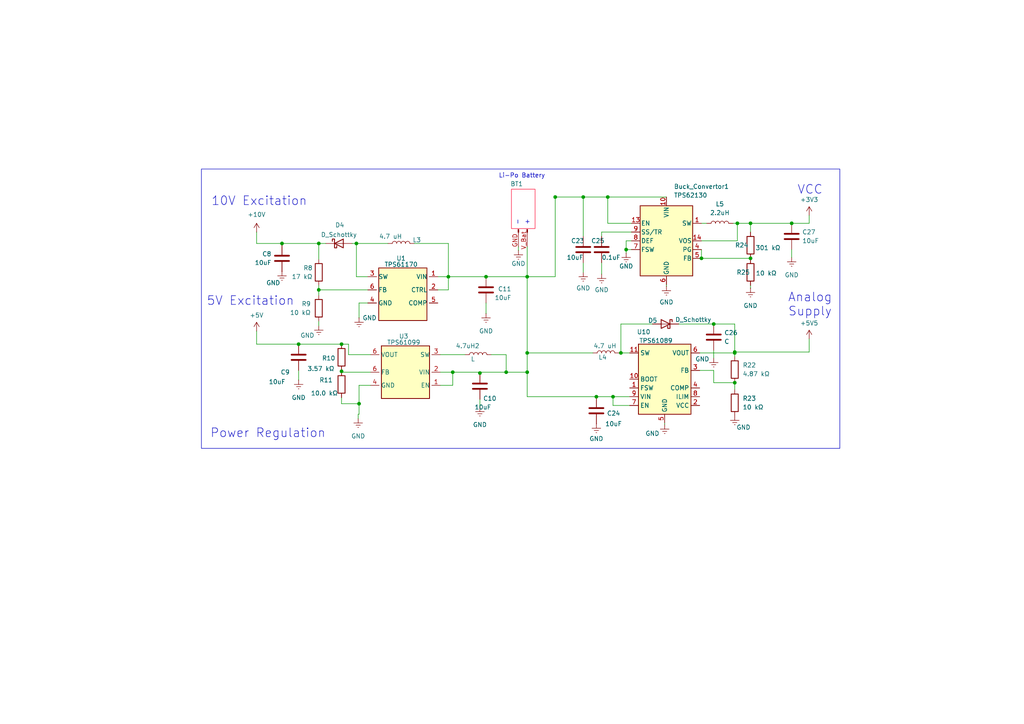
<source format=kicad_sch>
(kicad_sch (version 20250114) (generator "eeschema") (generator_version "9.0")
  (paper "A4")
  (lib_symbols
    (symbol "Connector:Conn_01x02_Pin" (pin_names (offset 1.016) (hide yes))
      (property "Reference" "Connector" (at 0.635 5.588 0))
      (property "Value" "BT1" (at 0.635 3.048 0))
      (symbol "Conn_01x02_Pin_1_1"
        (rectangle (start 0.8636 0.127) (end 0 -0.127) (stroke (width 0.1524)) (fill (type outline)))
        (rectangle (start 0.8636 -2.413) (end 0 -2.667) (stroke (width 0.1524)) (fill (type outline)))
        (polyline (pts (xy 1.27 0) (xy 0.8636 0)) (stroke (width 0.1524)))
        (polyline (pts (xy 1.27 -2.54) (xy 0.8636 -2.54)) (stroke (width 0.1524)))
        (pin passive line (at 5.08 0 180) (length 3.81) (name "Pin_1") (number "V_Bat"))
        (pin passive line (at 5.08 -2.54 180) (length 3.81) (name "Pin_2") (number "GND"))
      )
    )
    (symbol "Device:C" (pin_numbers (hide yes)) (pin_names (offset 0.254))
      (property "Reference" "C" (at 0.635 2.54 0))
      (property "Value" "C" (at 0.635 -2.54 0))
      (symbol "C_0_1"
        (polyline (pts (xy -2.032 0.762) (xy 2.032 0.762)) (stroke (width 0.508)))
        (polyline (pts (xy -2.032 -0.762) (xy 2.032 -0.762)) (stroke (width 0.508)))
      )
      (symbol "C_1_1"
        (pin passive line (at 0 3.81 270) (length 2.794) (name "~") (number "1"))
        (pin passive line (at 0 -3.81 90) (length 2.794) (name "~") (number "2"))
      )
    )
    (symbol "Device:D_Schottky" (pin_numbers (hide yes)) (pin_names (offset 1.016) (hide yes))
      (property "Reference" "D" (at 0 2.54 0))
      (property "Value" "D_Schottky" (at 0 -2.54 0))
      (symbol "D_Schottky_0_1"
        (polyline (pts (xy -1.905 0.635) (xy -1.905 1.27) (xy -1.27 1.27) (xy -1.27 -1.27) (xy -0.635 -1.27) (xy -0.635 -0.635)) (stroke (width 0.254)))
        (polyline (pts (xy 1.27 1.27) (xy 1.27 -1.27) (xy -1.27 0) (xy 1.27 1.27)) (stroke (width 0.254)))
        (polyline (pts (xy 1.27 0) (xy -1.27 0)))
      )
      (symbol "D_Schottky_1_1"
        (pin passive line (at -3.81 0 0) (length 2.54) (name "K") (number "1"))
        (pin passive line (at 3.81 0 180) (length 2.54) (name "A") (number "2"))
      )
    )
    (symbol "Device:L" (pin_numbers (hide yes)) (pin_names (offset 1.016) (hide yes))
      (property "Reference" "L" (at -1.27 0 90))
      (property "Value" "L" (at 1.905 0 90))
      (symbol "L_0_1"
        (arc (start 0 2.54) (mid 0.6323 1.905) (end 0 1.27))
        (arc (start 0 1.27) (mid 0.6323 0.635) (end 0 0))
        (arc (start 0 0) (mid 0.6323 -0.635) (end 0 -1.27))
        (arc (start 0 -1.27) (mid 0.6323 -1.905) (end 0 -2.54))
      )
      (symbol "L_1_1"
        (pin passive line (at 0 3.81 270) (length 1.27) (name "1") (number "1"))
        (pin passive line (at 0 -3.81 90) (length 1.27) (name "2") (number "2"))
      )
    )
    (symbol "Device:R" (pin_numbers (hide yes)) (pin_names (offset 0))
      (property "Reference" "R" (at 2.032 0 90))
      (property "Value" "R" (at 0 0 90))
      (symbol "R_0_1"
        (rectangle (start -1.016 -2.54) (end 1.016 2.54) (stroke (width 0.254)))
      )
      (symbol "R_1_1"
        (pin passive line (at 0 3.81 270) (length 1.27) (name "~") (number "1"))
        (pin passive line (at 0 -3.81 90) (length 1.27) (name "~") (number "2"))
      )
    )
    (symbol "Driver_LED:TPS61165DBV"
      (property "Reference" "U1" (at 0 12.446 0))
      (property "Value" "TPS61170" (at 0 9.906 0))
      (symbol "TPS61165DBV_1_1"
        (rectangle (start -6.985 7.62) (end 6.985 -7.62) (stroke (width 0.254)) (fill (type background)))
        (pin power_in line (at -10.16 5.08 0) (length 2.54) (name "VIN") (number "1"))
        (pin input line (at -10.16 1.27 0) (length 2.54) (name "CTRL") (number "2"))
        (pin output line (at -10.16 -2.54 0) (length 2.54) (name "COMP") (number "5"))
        (pin power_out line (at 10.16 5.08 180) (length 2.54) (name "SW") (number "3"))
        (pin input line (at 10.16 1.27 180) (length 2.54) (name "FB") (number "6"))
        (pin power_in line (at 10.16 -2.54 180) (length 2.54) (name "GND") (number "4"))
      )
    )
    (symbol "Regulator_Switching:TPS61089"
      (property "Reference" "U" (at -6.35 11.43 0))
      (property "Value" "TPS61089" (at 6.35 11.43 0))
      (symbol "TPS61089_0_1"
        (rectangle (start -7.62 10.16) (end 7.62 -10.16) (stroke (width 0.254)) (fill (type background)))
      )
      (symbol "TPS61089_1_1"
        (pin input line (at -10.16 7.62 0) (length 2.54) (name "SW") (number "11"))
        (pin passive line (at -10.16 0 0) (length 2.54) (name "BOOT") (number "10"))
        (pin passive line (at -10.16 -2.54 0) (length 2.54) (name "FSW") (number "1"))
        (pin power_in line (at -10.16 -5.08 0) (length 2.54) (name "VIN") (number "9"))
        (pin input line (at -10.16 -7.62 0) (length 2.54) (name "EN") (number "7"))
        (pin power_in line (at 0 -12.7 90) (length 2.54) (name "GND") (number "5"))
        (pin power_out line (at 10.16 7.62 180) (length 2.54) (name "VOUT") (number "6"))
        (pin input line (at 10.16 2.54 180) (length 2.54) (name "FB") (number "3"))
        (pin passive line (at 10.16 -2.54 180) (length 2.54) (name "COMP") (number "4"))
        (pin passive line (at 10.16 -5.08 180) (length 2.54) (name "ILIM") (number "8"))
        (pin passive line (at 10.16 -7.62 180) (length 2.54) (name "VCC") (number "2"))
      )
    )
    (symbol "Regulator_Switching:TPS62130" (pin_names (offset 0.254))
      (property "Reference" "U" (at 3.81 13.97 0))
      (property "Value" "TPS62130" (at 3.81 11.43 0))
      (symbol "TPS62130_0_1"
        (rectangle (start -7.62 10.16) (end 7.62 -10.16) (stroke (width 0.254)) (fill (type background)))
      )
      (symbol "TPS62130_1_1"
        (pin input line (at -10.16 5.08 0) (length 2.54) (name "EN") (number "13"))
        (pin input line (at -10.16 2.54 0) (length 2.54) (name "SS/TR") (number "9"))
        (pin input line (at -10.16 0 0) (length 2.54) (name "DEF") (number "8"))
        (pin input line (at -10.16 -2.54 0) (length 2.54) (name "FSW") (number "7"))
        (pin power_in line (at 0 12.7 270) (length 2.54) (name "VIN") (number "10"))
        (pin passive line (at 0 12.7 270) (length 2.54) (hide yes) (name "VIN") (number "11"))
        (pin passive line (at 0 12.7 270) (length 2.54) (hide yes) (name "VIN") (number "12"))
        (pin passive line (at 0 -12.7 90) (length 2.54) (hide yes) (name "GND") (number "15"))
        (pin passive line (at 0 -12.7 90) (length 2.54) (hide yes) (name "GND") (number "16"))
        (pin passive line (at 0 -12.7 90) (length 2.54) (hide yes) (name "GND") (number "17"))
        (pin power_in line (at 0 -12.7 90) (length 2.54) (name "GND") (number "6"))
        (pin output line (at 10.16 5.08 180) (length 2.54) (name "SW") (number "1"))
        (pin passive line (at 10.16 5.08 180) (length 2.54) (hide yes) (name "SW") (number "2"))
        (pin passive line (at 10.16 5.08 180) (length 2.54) (hide yes) (name "SW") (number "3"))
        (pin input line (at 10.16 0 180) (length 2.54) (name "VOS") (number "14"))
        (pin open_collector line (at 10.16 -2.54 180) (length 2.54) (name "PG") (number "4"))
        (pin input line (at 10.16 -5.08 180) (length 2.54) (name "FB") (number "5"))
      )
    )
    (symbol "TPS61165DBV_1"
      (property "Reference" "U3" (at 0.508 10.414 0))
      (property "Value" "TPS61099" (at 0.508 8.636 0))
      (symbol "TPS61165DBV_1_1_1"
        (rectangle (start -6.985 7.62) (end 6.985 -7.62) (stroke (width 0.254)) (fill (type background)))
        (pin power_out line (at -10.16 5.08 0) (length 2.54) (name "SW") (number "3"))
        (pin power_in line (at -10.16 0 0) (length 2.54) (name "VIN") (number "2"))
        (pin input line (at -10.16 -3.81 0) (length 2.54) (name "EN") (number "1"))
        (pin power_out line (at 10.16 5.08 180) (length 2.54) (name "VOUT") (number "6"))
        (pin input line (at 10.16 0 180) (length 2.54) (name "FB") (number "6"))
        (pin power_in line (at 10.16 -3.81 180) (length 2.54) (name "GND") (number "4"))
      )
    )
    (symbol "power:+10V" (power) (pin_numbers (hide yes)) (pin_names (offset 0) (hide yes))
      (property "Value" "+10V" (at 0 3.556 0))
      (symbol "+10V_0_1"
        (polyline (pts (xy -0.762 1.27) (xy 0 2.54)))
        (polyline (pts (xy 0 2.54) (xy 0.762 1.27)))
        (polyline (pts (xy 0 0) (xy 0 2.54)))
      )
      (symbol "+10V_1_1"
        (pin power_in line (at 0 0 90) (length 0) (name "~") (number "1"))
      )
    )
    (symbol "power:+3V3" (power) (pin_numbers (hide yes)) (pin_names (offset 0) (hide yes))
      (property "Value" "+3V3" (at 0 3.556 0))
      (symbol "+3V3_0_1"
        (polyline (pts (xy -0.762 1.27) (xy 0 2.54)))
        (polyline (pts (xy 0 2.54) (xy 0.762 1.27)))
        (polyline (pts (xy 0 0) (xy 0 2.54)))
      )
      (symbol "+3V3_1_1"
        (pin power_in line (at 0 0 90) (length 0) (name "~") (number "1"))
      )
    )
    (symbol "power:+5V" (power) (pin_numbers (hide yes)) (pin_names (offset 0) (hide yes))
      (property "Value" "+5V" (at 0 3.556 0))
      (symbol "+5V_0_1"
        (polyline (pts (xy -0.762 1.27) (xy 0 2.54)))
        (polyline (pts (xy 0 2.54) (xy 0.762 1.27)))
        (polyline (pts (xy 0 0) (xy 0 2.54)))
      )
      (symbol "+5V_1_1"
        (pin power_in line (at 0 0 90) (length 0) (name "~") (number "1"))
      )
    )
    (symbol "power:GNDREF" (power) (pin_numbers (hide yes)) (pin_names (offset 0) (hide yes))
      (property "Value" "GNDREF" (at 0 -3.81 0))
      (symbol "GNDREF_0_1"
        (polyline (pts (xy -0.635 -1.905) (xy 0.635 -1.905)))
        (polyline (pts (xy -0.127 -2.54) (xy 0.127 -2.54)))
        (polyline (pts (xy 0 -1.27) (xy 0 0)))
        (polyline (pts (xy 1.27 -1.27) (xy -1.27 -1.27)))
      )
      (symbol "GNDREF_1_1"
        (pin power_in line (at 0 0 270) (length 0) (name "~") (number "1"))
      )
    )
  )
  (rectangle (start 58.42 49.022) (end 243.586 130.048))
  (text "10V Excitation" (at 75.184 58.42 0) (effects (font (size 2.54 2.54))))
  (text "Li-Po Battery\n" (at 151.384 51.054 0) (effects (font (size 1.27 1.27))))
  (text "-" (at 150.114 64.516 90) (effects (font (size 1.27 1.27))))
  (text "Analog\nSupply\n" (at 234.95 88.392 0) (effects (font (size 2.54 2.54))))
  (text "+" (at 152.908 64.516 90) (effects (font (size 1.27 1.27))))
  (text "Power Regulation" (at 77.724 125.73 0) (effects (font (size 2.54 2.54))))
  (text "VCC\n" (at 234.95 55.118 0) (effects (font (size 2.54 2.54))))
  (text "5V Excitation\n" (at 72.644 87.376 0) (effects (font (size 2.54 2.54))))
  (text_box "" (at 155.194 54.864 90) (size -6.858 11.43) (margins 0.9525 0.9525 0.9525 0.9525) (stroke (width 0) (color 255 18 58 1)) (effects (font (size 1.27 1.27)) (justify left top)))
  (junction (at 86.614 99.822))
  (junction (at 152.908 102.362))
  (junction (at 161.036 57.15))
  (junction (at 104.14 117.094))
  (junction (at 139.192 108.204))
  (junction (at 152.908 80.264))
  (junction (at 207.01 93.98))
  (junction (at 146.812 107.95))
  (junction (at 140.97 80.264))
  (junction (at 213.106 110.998))
  (junction (at 213.106 102.108))
  (junction (at 172.974 115.062))
  (junction (at 92.456 70.612))
  (junction (at 176.276 57.15))
  (junction (at 81.788 70.612))
  (junction (at 131.318 107.95))
  (junction (at 217.678 74.93))
  (junction (at 169.164 57.15))
  (junction (at 203.454 74.93))
  (junction (at 152.908 107.95))
  (junction (at 213.868 64.77))
  (junction (at 103.378 70.612))
  (junction (at 177.8 115.062))
  (junction (at 99.06 99.822))
  (junction (at 217.678 64.77))
  (junction (at 130.048 80.264))
  (junction (at 92.456 84.074))
  (junction (at 229.616 64.77))
  (junction (at 213.106 102.362))
  (junction (at 99.06 107.696))
  (junction (at 180.086 102.362))
  (junction (at 181.61 72.39))
  (wire (pts (xy 130.048 84.074) (xy 127 84.074)))
  (wire (pts (xy 107.442 111.76) (xy 104.14 111.76)))
  (wire (pts (xy 86.614 99.822) (xy 74.422 99.822)))
  (wire (pts (xy 213.106 110.998) (xy 207.01 110.998)))
  (wire (pts (xy 104.14 87.884) (xy 104.14 92.202)))
  (wire (pts (xy 229.616 72.39) (xy 229.616 74.676)))
  (wire (pts (xy 92.456 94.488) (xy 92.456 93.218)))
  (wire (pts (xy 99.06 107.696) (xy 99.06 107.442)))
  (wire (pts (xy 138.938 108.204) (xy 138.938 107.95)))
  (wire (pts (xy 234.696 64.77) (xy 229.616 64.77)))
  (wire (pts (xy 203.454 72.39) (xy 203.454 74.93)))
  (wire (pts (xy 139.192 108.204) (xy 138.938 108.204)))
  (wire (pts (xy 130.048 80.264) (xy 130.048 84.074)))
  (wire (pts (xy 192.786 122.682) (xy 192.786 123.19)))
  (wire (pts (xy 202.946 102.362) (xy 213.106 102.362)))
  (wire (pts (xy 99.06 107.95) (xy 99.06 107.696)))
  (wire (pts (xy 161.036 57.15) (xy 161.036 80.264)))
  (wire (pts (xy 179.578 102.362) (xy 180.086 102.362)))
  (wire (pts (xy 104.14 120.142) (xy 104.14 117.094)))
  (wire (pts (xy 176.276 64.77) (xy 183.134 64.77)))
  (wire (pts (xy 139.192 115.824) (xy 139.192 118.11)))
  (wire (pts (xy 213.106 102.108) (xy 213.106 102.362)))
  (wire (pts (xy 169.164 76.2) (xy 169.164 78.994)))
  (wire (pts (xy 161.036 57.15) (xy 161.036 56.896)))
  (wire (pts (xy 74.422 99.822) (xy 74.422 96.012)))
  (wire (pts (xy 217.678 75.184) (xy 217.678 74.93)))
  (wire (pts (xy 172.974 115.062) (xy 177.8 115.062)))
  (wire (pts (xy 74.422 70.612) (xy 74.422 67.31)))
  (wire (pts (xy 213.106 110.998) (xy 213.106 113.03)))
  (wire (pts (xy 181.61 69.85) (xy 181.61 72.39)))
  (wire (pts (xy 213.868 64.77) (xy 217.678 64.77)))
  (wire (pts (xy 86.614 107.442) (xy 86.614 110.236)))
  (wire (pts (xy 130.048 80.264) (xy 127 80.264)))
  (wire (pts (xy 207.01 93.98) (xy 213.106 93.98)))
  (wire (pts (xy 101.092 99.822) (xy 99.06 99.822)))
  (wire (pts (xy 92.456 70.612) (xy 81.788 70.612)))
  (wire (pts (xy 104.14 111.76) (xy 104.14 117.094)))
  (wire (pts (xy 99.06 115.316) (xy 99.06 117.094)))
  (wire (pts (xy 107.442 107.95) (xy 99.06 107.95)))
  (wire (pts (xy 152.908 80.264) (xy 140.97 80.264)))
  (wire (pts (xy 152.908 71.628) (xy 152.908 80.264)))
  (wire (pts (xy 112.522 70.612) (xy 103.378 70.612)))
  (wire (pts (xy 101.092 102.87) (xy 101.092 99.822)))
  (wire (pts (xy 94.488 70.612) (xy 92.456 70.612)))
  (wire (pts (xy 177.8 115.062) (xy 182.626 115.062)))
  (wire (pts (xy 99.06 99.822) (xy 86.614 99.822)))
  (wire (pts (xy 152.908 80.264) (xy 152.908 102.362)))
  (wire (pts (xy 196.85 93.98) (xy 207.01 93.98)))
  (wire (pts (xy 104.14 117.094) (xy 99.06 117.094)))
  (wire (pts (xy 207.01 101.6) (xy 207.01 103.886)))
  (wire (pts (xy 180.086 102.362) (xy 182.626 102.362)))
  (wire (pts (xy 213.868 64.77) (xy 213.868 69.85)))
  (wire (pts (xy 217.678 64.77) (xy 217.678 67.31)))
  (wire (pts (xy 103.886 120.142) (xy 104.14 120.142)))
  (wire (pts (xy 177.8 117.602) (xy 177.8 115.062)))
  (wire (pts (xy 130.048 80.264) (xy 130.048 70.612)))
  (wire (pts (xy 139.192 107.95) (xy 139.192 108.204)))
  (wire (pts (xy 152.908 102.362) (xy 171.958 102.362)))
  (wire (pts (xy 213.106 102.108) (xy 234.696 102.108)))
  (wire (pts (xy 181.61 72.39) (xy 181.61 73.406)))
  (wire (pts (xy 169.164 57.15) (xy 169.164 68.58)))
  (wire (pts (xy 131.318 111.76) (xy 127.762 111.76)))
  (wire (pts (xy 103.378 70.612) (xy 102.108 70.612)))
  (wire (pts (xy 217.678 82.804) (xy 217.678 83.566)))
  (wire (pts (xy 138.938 107.95) (xy 131.318 107.95)))
  (wire (pts (xy 81.788 70.612) (xy 74.422 70.612)))
  (wire (pts (xy 169.164 57.15) (xy 176.276 57.15)))
  (wire (pts (xy 103.378 70.612) (xy 103.378 80.264)))
  (wire (pts (xy 140.97 80.264) (xy 130.048 80.264)))
  (wire (pts (xy 176.276 57.15) (xy 193.294 57.15)))
  (wire (pts (xy 146.812 107.95) (xy 152.908 107.95)))
  (wire (pts (xy 146.812 102.87) (xy 146.812 107.95)))
  (wire (pts (xy 107.442 102.87) (xy 101.092 102.87)))
  (wire (pts (xy 212.598 64.77) (xy 213.868 64.77)))
  (wire (pts (xy 213.106 93.98) (xy 213.106 102.108)))
  (wire (pts (xy 134.874 102.87) (xy 127.762 102.87)))
  (wire (pts (xy 183.134 72.39) (xy 181.61 72.39)))
  (wire (pts (xy 183.134 69.85) (xy 181.61 69.85)))
  (wire (pts (xy 140.97 90.932) (xy 140.97 87.884)))
  (wire (pts (xy 174.498 67.31) (xy 174.498 68.58)))
  (wire (pts (xy 106.68 87.884) (xy 104.14 87.884)))
  (wire (pts (xy 213.868 69.85) (xy 203.454 69.85)))
  (wire (pts (xy 152.908 102.362) (xy 152.908 107.95)))
  (wire (pts (xy 177.8 117.602) (xy 182.626 117.602)))
  (wire (pts (xy 92.456 70.612) (xy 92.456 75.184)))
  (wire (pts (xy 152.908 115.062) (xy 172.974 115.062)))
  (wire (pts (xy 130.048 70.612) (xy 120.142 70.612)))
  (wire (pts (xy 207.01 110.998) (xy 207.01 107.442)))
  (wire (pts (xy 234.696 64.77) (xy 234.696 62.484)))
  (wire (pts (xy 92.456 82.804) (xy 92.456 84.074)))
  (wire (pts (xy 193.294 82.55) (xy 193.294 83.058)))
  (wire (pts (xy 213.106 102.362) (xy 213.106 103.378)))
  (wire (pts (xy 146.812 102.87) (xy 142.494 102.87)))
  (wire (pts (xy 152.908 80.264) (xy 161.036 80.264)))
  (wire (pts (xy 103.378 80.264) (xy 106.68 80.264)))
  (wire (pts (xy 172.974 115.316) (xy 172.974 115.062)))
  (wire (pts (xy 161.036 57.15) (xy 169.164 57.15)))
  (wire (pts (xy 207.01 107.442) (xy 202.946 107.442)))
  (wire (pts (xy 180.086 93.98) (xy 189.23 93.98)))
  (wire (pts (xy 174.498 76.2) (xy 174.498 79.502)))
  (wire (pts (xy 234.696 102.108) (xy 234.696 98.298)))
  (wire (pts (xy 150.368 71.628) (xy 150.368 72.644)))
  (wire (pts (xy 152.908 107.95) (xy 152.908 115.062)))
  (wire (pts (xy 103.886 121.412) (xy 103.886 120.142)))
  (wire (pts (xy 146.812 107.95) (xy 139.192 107.95)))
  (wire (pts (xy 203.454 64.77) (xy 204.978 64.77)))
  (wire (pts (xy 131.318 107.95) (xy 127.762 107.95)))
  (wire (pts (xy 176.276 57.15) (xy 176.276 64.77)))
  (wire (pts (xy 106.68 84.074) (xy 92.456 84.074)))
  (wire (pts (xy 217.678 64.77) (xy 229.616 64.77)))
  (wire (pts (xy 92.456 84.074) (xy 92.456 85.598)))
  (wire (pts (xy 174.498 67.31) (xy 183.134 67.31)))
  (wire (pts (xy 81.788 71.12) (xy 81.788 70.612)))
  (wire (pts (xy 203.454 74.93) (xy 217.678 74.93)))
  (wire (pts (xy 131.318 107.95) (xy 131.318 111.76)))
  (wire (pts (xy 180.086 93.98) (xy 180.086 102.362)))
  (symbol (lib_id "Device:R") (at 217.678 71.12 180) (unit 1)
    (property "Reference" "R24" (at 215.138 71.12 0))
    (property "Value" "301 kΩ" (at 222.758 71.882 0))
    (property "Description" "Resistor" (effects (hide yes)))
  )
  (symbol (lib_id "power:GNDREF") (at 150.368 72.644 0) (unit 1)
    (property "Reference" "#PWR043" (effects (hide yes)))
    (property "Value" "GND" (at 150.368 76.454 0))
    (property "Description" "Power symbol creates a global label with name \"GNDREF\" , reference supply ground" (effects (hide yes)))
  )
  (symbol (lib_id "Device:R") (at 92.456 89.408 0) (mirror y) (unit 1)
    (property "Reference" "R9" (at 90.17 88.1379 0) (effects (justify left)))
    (property "Value" "10 kΩ" (at 90.17 90.6779 0) (effects (justify left)))
    (property "Description" "Resistor" (effects (hide yes)))
  )
  (symbol (lib_id "Device:R") (at 217.678 78.994 0) (unit 1)
    (property "Reference" "R25" (at 213.614 78.994 0) (effects (justify left)))
    (property "Value" "10 kΩ" (at 219.202 79.248 0) (effects (justify left)))
    (property "Description" "Resistor" (effects (hide yes)))
  )
  (symbol (lib_id "Regulator_Switching:TPS62130") (at 193.294 69.85 0) (unit 1)
    (property "Reference" "Buck_Convertor1" (at 195.4373 54.102 0) (effects (justify left)))
    (property "Value" "TPS62130" (at 195.4373 56.642 0) (effects (justify left)))
    (property "Footprint" "Package_DFN_QFN:VQFN-16-1EP_3x3mm_P0.5mm_EP1.68x1.68mm_ThermalVias" (effects (hide yes)))
    (property "Datasheet" "http://www.ti.com/lit/ds/symlink/tps62130.pdf" (effects (hide yes)))
    (property "Description" "3A Step-Down Converter with DCS-Control, Adjustable Output Voltage, 3-17V Input Voltage, QFN-16" (effects (hide yes)))
  )
  (symbol (lib_id "power:GNDREF") (at 217.678 83.566 0) (unit 1)
    (property "Reference" "#PWR088" (effects (hide yes)))
    (property "Value" "GND" (at 217.678 88.646 0))
    (property "Description" "Power symbol creates a global label with name \"GNDREF\" , reference supply ground" (effects (hide yes)))
  )
  (symbol (lib_id "Device:C") (at 172.974 119.126 0) (unit 1)
    (property "Reference" "C24" (at 176.022 119.888 0) (effects (justify left)))
    (property "Value" "10uF" (at 175.514 122.936 0) (effects (justify left)))
    (property "Description" "Unpolarized capacitor" (effects (hide yes)))
  )
  (symbol (lib_id "Driver_LED:TPS61165DBV") (at 116.84 85.344 0) (mirror y) (unit 1)
    (property "Reference" "U1" (at 116.332 74.93 0))
    (property "Value" "TPS61170" (at 116.332 76.708 0))
    (property "Footprint" "Package_TO_SOT_SMD:SOT-23-6" (effects (hide yes)))
    (property "Datasheet" "https://www.ti.com/lit/ds/symlink/tps61165.pdf" (effects (hide yes)))
    (property "Description" "High-Brightness, White LED Driver, 3V to 18V input voltage range, internal switch, constant current, up to 38V/1.2A output, SOT-23-6" (effects (hide yes)))
  )
  (symbol (lib_id "power:+3V3") (at 234.696 62.484 0) (unit 1)
    (property "Reference" "#PWR090" (effects (hide yes)))
    (property "Value" "+3V3" (at 234.696 57.912 0))
    (property "Description" "Power symbol creates a global label with name \"+3V3\"" (effects (hide yes)))
  )
  (symbol (lib_id "Device:C") (at 86.614 103.632 0) (mirror y) (unit 1)
    (property "Reference" "C9" (at 84.074 107.95 0) (effects (justify left)))
    (property "Value" "10uF" (at 82.804 110.744 0) (effects (justify left)))
    (property "Description" "Unpolarized capacitor" (effects (hide yes)))
  )
  (symbol (lib_id "Device:L") (at 175.768 102.362 90) (unit 1)
    (property "Reference" "L4" (at 176.022 103.632 90) (effects (justify left)))
    (property "Value" "4.7 uH" (at 178.816 100.33 90) (effects (justify left)))
    (property "Description" "Inductor" (effects (hide yes)))
  )
  (symbol (lib_id "Device:L") (at 138.684 102.87 270) (mirror x) (unit 1)
    (property "Reference" "4.7uH2" (at 135.636 100.33 90))
    (property "Value" "L" (at 137.16 104.14 90))
    (property "Description" "Inductor" (effects (hide yes)))
  )
  (symbol (lib_id "Device:R") (at 213.106 107.188 0) (unit 1)
    (property "Reference" "R22" (at 215.392 105.9179 0) (effects (justify left)))
    (property "Value" "4.87 kΩ" (at 215.392 108.4579 0) (effects (justify left)))
    (property "Description" "Resistor" (effects (hide yes)))
  )
  (symbol (lib_id "power:+5V") (at 74.422 96.012 0) (mirror y) (unit 1)
    (property "Reference" "#PWR017" (effects (hide yes)))
    (property "Value" "+5V" (at 74.422 91.44 0))
    (property "Description" "Power symbol creates a global label with name \"+5V\"" (effects (hide yes)))
  )
  (symbol (lib_id "power:GNDREF") (at 104.14 92.202 0) (mirror y) (unit 1)
    (property "Reference" "#PWR022" (effects (hide yes)))
    (property "Value" "GND" (at 107.188 92.202 0))
    (property "Description" "Power symbol creates a global label with name \"GNDREF\" , reference supply ground" (effects (hide yes)))
  )
  (symbol (lib_id "Regulator_Switching:TPS61089") (at 192.786 109.982 0) (unit 1)
    (property "Reference" "U10" (at 186.69 96.266 0))
    (property "Value" "TPS61089" (at 190.246 98.806 0))
    (property "Footprint" "Package_DFN_QFN:Texas_VQFN-RNR0011A-11" (effects (hide yes)))
    (property "Datasheet" "http://www.ti.com/lit/ds/symlink/tps61089.pdf" (effects (hide yes)))
    (property "Description" "7A Boost Converters, Adjustable output voltage (PFM), input 2.7 to 12V , output 4.5 to 12.6V, VQFN-11" (effects (hide yes)))
  )
  (symbol (lib_id "Device:C") (at 81.788 74.93 0) (mirror y) (unit 1)
    (property "Reference" "C8" (at 78.74 73.6599 0) (effects (justify left)))
    (property "Value" "10uF" (at 78.74 76.1999 0) (effects (justify left)))
    (property "Description" "Unpolarized capacitor" (effects (hide yes)))
  )
  (symbol (lib_name "TPS61165DBV_1") (lib_id "Driver_LED:TPS61165DBV") (at 117.602 107.95 0) (mirror y) (unit 1)
    (property "Reference" "U3" (at 117.094 97.536 0))
    (property "Value" "TPS61099" (at 117.094 99.314 0))
    (property "Footprint" "Package_TO_SOT_SMD:SOT-23-6" (effects (hide yes)))
    (property "Datasheet" "https://www.ti.com/lit/ds/symlink/tps61165.pdf" (effects (hide yes)))
    (property "Description" "High-Brightness, White LED Driver, 3V to 18V input voltage range, internal switch, constant current, up to 38V/1.2A output, SOT-23-6" (effects (hide yes)))
  )
  (symbol (lib_id "power:GNDREF") (at 174.498 79.502 0) (unit 1)
    (property "Reference" "#PWR082" (effects (hide yes)))
    (property "Value" "GND" (at 174.498 84.074 0))
    (property "Description" "Power symbol creates a global label with name \"GNDREF\" , reference supply ground" (effects (hide yes)))
  )
  (symbol (lib_id "power:+10V") (at 74.422 67.31 0) (mirror y) (unit 1)
    (property "Reference" "#PWR08" (effects (hide yes)))
    (property "Value" "+10V" (at 74.422 62.23 0))
    (property "Description" "Power symbol creates a global label with name \"+10V\"" (effects (hide yes)))
  )
  (symbol (lib_id "power:GNDREF") (at 86.614 110.236 0) (mirror y) (unit 1)
    (property "Reference" "#PWR019" (effects (hide yes)))
    (property "Value" "GND" (at 86.614 115.316 0))
    (property "Description" "Power symbol creates a global label with name \"GNDREF\" , reference supply ground" (effects (hide yes)))
  )
  (symbol (lib_id "power:GNDREF") (at 92.456 94.488 0) (mirror y) (unit 1)
    (property "Reference" "#PWR020" (effects (hide yes)))
    (property "Value" "GND" (at 89.154 97.282 0))
    (property "Description" "Power symbol creates a global label with name \"GNDREF\" , reference supply ground" (effects (hide yes)))
  )
  (symbol (lib_id "power:GNDREF") (at 213.106 120.65 0) (unit 1)
    (property "Reference" "#PWR087" (effects (hide yes)))
    (property "Value" "GND" (at 215.646 123.952 0))
    (property "Description" "Power symbol creates a global label with name \"GNDREF\" , reference supply ground" (effects (hide yes)))
  )
  (symbol (lib_id "power:GNDREF") (at 229.616 74.676 0) (unit 1)
    (property "Reference" "#PWR089" (effects (hide yes)))
    (property "Value" "GND" (at 229.616 79.756 0))
    (property "Description" "Power symbol creates a global label with name \"GNDREF\" , reference supply ground" (effects (hide yes)))
  )
  (symbol (lib_id "power:GNDREF") (at 103.886 121.412 0) (mirror y) (unit 1)
    (property "Reference" "#PWR021" (effects (hide yes)))
    (property "Value" "GND" (at 103.886 126.492 0))
    (property "Description" "Power symbol creates a global label with name \"GNDREF\" , reference supply ground" (effects (hide yes)))
  )
  (symbol (lib_id "power:GNDREF") (at 207.01 103.886 0) (unit 1)
    (property "Reference" "#PWR086" (effects (hide yes)))
    (property "Value" "GND" (at 203.708 104.14 0))
    (property "Description" "Power symbol creates a global label with name \"GNDREF\" , reference supply ground" (effects (hide yes)))
  )
  (symbol (lib_id "Device:R") (at 92.456 78.994 0) (mirror y) (unit 1)
    (property "Reference" "R8" (at 90.678 77.7239 0) (effects (justify left)))
    (property "Value" "17 kΩ" (at 90.678 80.2639 0) (effects (justify left)))
    (property "Description" "Resistor" (effects (hide yes)))
  )
  (symbol (lib_id "Device:D_Schottky") (at 193.04 93.98 0) (mirror y) (unit 1)
    (property "Reference" "D5" (at 187.96 92.964 0) (effects (justify right)))
    (property "Value" "D_Schottky" (at 195.834 92.71 0) (effects (justify right)))
    (property "Description" "Schottky diode" (effects (hide yes)))
  )
  (symbol (lib_id "power:GNDREF") (at 81.788 78.74 0) (mirror y) (unit 1)
    (property "Reference" "#PWR018" (effects (hide yes)))
    (property "Value" "GND" (at 79.248 82.042 0))
    (property "Description" "Power symbol creates a global label with name \"GNDREF\" , reference supply ground" (effects (hide yes)))
  )
  (symbol (lib_id "power:GNDREF") (at 140.97 90.932 0) (mirror y) (unit 1)
    (property "Reference" "#PWR039" (effects (hide yes)))
    (property "Value" "GND" (at 140.97 96.012 0))
    (property "Description" "Power symbol creates a global label with name \"GNDREF\" , reference supply ground" (effects (hide yes)))
  )
  (symbol (lib_id "Device:C") (at 229.616 68.58 0) (unit 1)
    (property "Reference" "C27" (at 232.664 67.3099 0) (effects (justify left)))
    (property "Value" "10uF" (at 232.664 69.8499 0) (effects (justify left)))
    (property "Description" "Unpolarized capacitor" (effects (hide yes)))
  )
  (symbol (lib_id "power:GNDREF") (at 139.192 118.11 0) (mirror y) (unit 1)
    (property "Reference" "#PWR023" (effects (hide yes)))
    (property "Value" "GND" (at 139.192 123.19 0))
    (property "Description" "Power symbol creates a global label with name \"GNDREF\" , reference supply ground" (effects (hide yes)))
  )
  (symbol (lib_id "Device:C") (at 207.01 97.79 0) (unit 1)
    (property "Reference" "C26" (at 210.058 96.5199 0) (effects (justify left)))
    (property "Value" "C" (at 210.058 99.0599 0) (effects (justify left)))
    (property "Description" "Unpolarized capacitor" (effects (hide yes)))
  )
  (symbol (lib_id "power:GNDREF") (at 193.294 83.058 0) (unit 1)
    (property "Reference" "#PWR085" (effects (hide yes)))
    (property "Value" "GND" (at 193.294 87.63 0))
    (property "Description" "Power symbol creates a global label with name \"GNDREF\" , reference supply ground" (effects (hide yes)))
  )
  (symbol (lib_id "Device:R") (at 213.106 116.84 0) (unit 1)
    (property "Reference" "R23" (at 215.392 115.5699 0) (effects (justify left)))
    (property "Value" "10 kΩ" (at 215.392 118.1099 0) (effects (justify left)))
    (property "Description" "Resistor" (effects (hide yes)))
  )
  (symbol (lib_id "power:+5V") (at 234.696 98.298 0) (unit 1)
    (property "Reference" "#PWR091" (effects (hide yes)))
    (property "Value" "+5V5" (at 234.696 93.726 0))
    (property "Description" "Power symbol creates a global label with name \"+5V\"" (effects (hide yes)))
  )
  (symbol (lib_id "Device:L") (at 208.788 64.77 90) (unit 1)
    (property "Reference" "L5" (at 208.788 59.182 90))
    (property "Value" "2.2uH" (at 208.788 61.722 90))
    (property "Description" "Inductor" (effects (hide yes)))
  )
  (symbol (lib_id "Device:C") (at 174.498 72.39 0) (unit 1)
    (property "Reference" "C25" (at 171.45 69.85 0) (effects (justify left)))
    (property "Value" "0.1uF" (at 174.498 74.676 0) (effects (justify left)))
    (property "Description" "Unpolarized capacitor" (effects (hide yes)))
  )
  (symbol (lib_id "Connector:Conn_01x02_Pin") (at 152.908 66.548 270) (unit 1)
    (property "Reference" "Connector1" (effects (hide yes)))
    (property "Value" "BT1" (at 149.86 53.34 90))
    (property "Description" "Generic connector, single row, 01x02, script generated" (effects (hide yes)))
  )
  (symbol (lib_id "Device:C") (at 169.164 72.39 0) (unit 1)
    (property "Reference" "C23" (at 165.608 69.85 0) (effects (justify left)))
    (property "Value" "10uF" (at 164.338 74.676 0) (effects (justify left)))
    (property "Description" "Unpolarized capacitor" (effects (hide yes)))
  )
  (symbol (lib_id "Device:R") (at 99.06 103.632 0) (mirror y) (unit 1)
    (property "Reference" "R10" (at 97.282 103.886 0) (effects (justify left)))
    (property "Value" "3.57 kΩ" (at 97.028 106.934 0) (effects (justify left)))
    (property "Description" "Resistor" (effects (hide yes)))
  )
  (symbol (lib_id "power:GNDREF") (at 192.786 123.19 0) (unit 1)
    (property "Reference" "#PWR084" (effects (hide yes)))
    (property "Value" "GND" (at 189.23 125.73 0))
    (property "Description" "Power symbol creates a global label with name \"GNDREF\" , reference supply ground" (effects (hide yes)))
  )
  (symbol (lib_id "Device:L") (at 116.332 70.612 90) (unit 1)
    (property "Reference" "L3" (at 120.904 69.596 90))
    (property "Value" "4.7 uH" (at 113.284 68.58 90))
    (property "Description" "Inductor" (effects (hide yes)))
  )
  (symbol (lib_id "power:GNDREF") (at 172.974 122.936 0) (unit 1)
    (property "Reference" "#PWR081" (effects (hide yes)))
    (property "Value" "GND" (at 172.974 127.254 0))
    (property "Description" "Power symbol creates a global label with name \"GNDREF\" , reference supply ground" (effects (hide yes)))
  )
  (symbol (lib_id "power:GNDREF") (at 181.61 73.406 0) (unit 1)
    (property "Reference" "#PWR083" (effects (hide yes)))
    (property "Value" "GND" (at 181.61 77.216 0))
    (property "Description" "Power symbol creates a global label with name \"GNDREF\" , reference supply ground" (effects (hide yes)))
  )
  (symbol (lib_id "Device:C") (at 140.97 84.074 0) (mirror y) (unit 1)
    (property "Reference" "C11" (at 148.336 83.82 0) (effects (justify left)))
    (property "Value" "10uF" (at 148.336 86.36 0) (effects (justify left)))
    (property "Description" "Unpolarized capacitor" (effects (hide yes)))
  )
  (symbol (lib_id "Device:C") (at 139.192 112.014 0) (mirror y) (unit 1)
    (property "Reference" "C10" (at 144.018 115.57 0) (effects (justify left)))
    (property "Value" "10uF" (at 142.494 118.11 0) (effects (justify left)))
    (property "Description" "Unpolarized capacitor" (effects (hide yes)))
  )
  (symbol (lib_id "Device:R") (at 99.06 111.506 0) (mirror y) (unit 1)
    (property "Reference" "R11" (at 96.52 110.2359 0) (effects (justify left)))
    (property "Value" "10.0 kΩ" (at 98.044 114.046 0) (effects (justify left)))
    (property "Description" "Resistor" (effects (hide yes)))
  )
  (symbol (lib_id "power:GNDREF") (at 169.164 78.994 0) (unit 1)
    (property "Reference" "#PWR080" (effects (hide yes)))
    (property "Value" "GND" (at 169.164 83.566 0))
    (property "Description" "Power symbol creates a global label with name \"GNDREF\" , reference supply ground" (effects (hide yes)))
  )
  (symbol (lib_id "Device:D_Schottky") (at 98.298 70.612 0) (unit 1)
    (property "Reference" "D4" (at 98.552 65.278 0))
    (property "Value" "D_Schottky" (at 98.298 68.072 0))
    (property "Description" "Schottky diode" (effects (hide yes)))
  )
)
</source>
